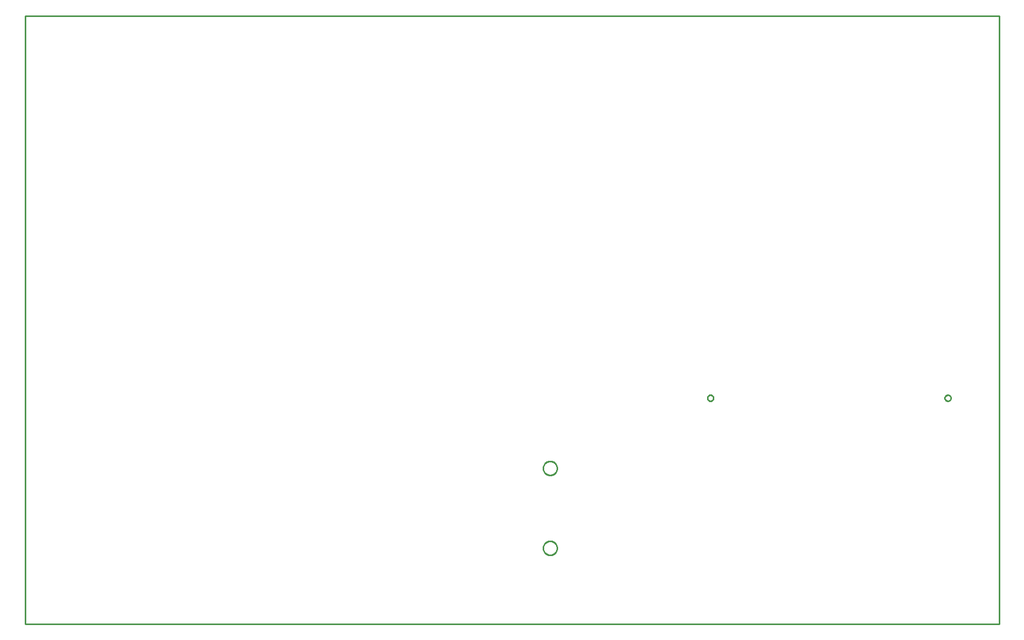
<source format=gbr>
G04 EAGLE Gerber RS-274X export*
G75*
%MOMM*%
%FSLAX34Y34*%
%LPD*%
%IN*%
%IPPOS*%
%AMOC8*
5,1,8,0,0,1.08239X$1,22.5*%
G01*
%ADD10C,0.254000*%


D10*
X0Y0D02*
X1600000Y0D01*
X1600000Y1000000D01*
X0Y1000000D01*
X0Y0D01*
X1130800Y371319D02*
X1130737Y370761D01*
X1130612Y370214D01*
X1130427Y369684D01*
X1130183Y369178D01*
X1129884Y368702D01*
X1129534Y368263D01*
X1129137Y367866D01*
X1128698Y367516D01*
X1128222Y367217D01*
X1127716Y366973D01*
X1127186Y366788D01*
X1126639Y366663D01*
X1126081Y366600D01*
X1125519Y366600D01*
X1124961Y366663D01*
X1124414Y366788D01*
X1123884Y366973D01*
X1123378Y367217D01*
X1122902Y367516D01*
X1122463Y367866D01*
X1122066Y368263D01*
X1121716Y368702D01*
X1121417Y369178D01*
X1121173Y369684D01*
X1120988Y370214D01*
X1120863Y370761D01*
X1120800Y371319D01*
X1120800Y371881D01*
X1120863Y372439D01*
X1120988Y372986D01*
X1121173Y373516D01*
X1121417Y374022D01*
X1121716Y374498D01*
X1122066Y374937D01*
X1122463Y375334D01*
X1122902Y375684D01*
X1123378Y375983D01*
X1123884Y376227D01*
X1124414Y376412D01*
X1124961Y376537D01*
X1125519Y376600D01*
X1126081Y376600D01*
X1126639Y376537D01*
X1127186Y376412D01*
X1127716Y376227D01*
X1128222Y375983D01*
X1128698Y375684D01*
X1129137Y375334D01*
X1129534Y374937D01*
X1129884Y374498D01*
X1130183Y374022D01*
X1130427Y373516D01*
X1130612Y372986D01*
X1130737Y372439D01*
X1130800Y371881D01*
X1130800Y371319D01*
X1520800Y371319D02*
X1520737Y370761D01*
X1520612Y370214D01*
X1520427Y369684D01*
X1520183Y369178D01*
X1519884Y368702D01*
X1519534Y368263D01*
X1519137Y367866D01*
X1518698Y367516D01*
X1518222Y367217D01*
X1517716Y366973D01*
X1517186Y366788D01*
X1516639Y366663D01*
X1516081Y366600D01*
X1515519Y366600D01*
X1514961Y366663D01*
X1514414Y366788D01*
X1513884Y366973D01*
X1513378Y367217D01*
X1512902Y367516D01*
X1512463Y367866D01*
X1512066Y368263D01*
X1511716Y368702D01*
X1511417Y369178D01*
X1511173Y369684D01*
X1510988Y370214D01*
X1510863Y370761D01*
X1510800Y371319D01*
X1510800Y371881D01*
X1510863Y372439D01*
X1510988Y372986D01*
X1511173Y373516D01*
X1511417Y374022D01*
X1511716Y374498D01*
X1512066Y374937D01*
X1512463Y375334D01*
X1512902Y375684D01*
X1513378Y375983D01*
X1513884Y376227D01*
X1514414Y376412D01*
X1514961Y376537D01*
X1515519Y376600D01*
X1516081Y376600D01*
X1516639Y376537D01*
X1517186Y376412D01*
X1517716Y376227D01*
X1518222Y375983D01*
X1518698Y375684D01*
X1519137Y375334D01*
X1519534Y374937D01*
X1519884Y374498D01*
X1520183Y374022D01*
X1520427Y373516D01*
X1520612Y372986D01*
X1520737Y372439D01*
X1520800Y371881D01*
X1520800Y371319D01*
X862852Y136300D02*
X863753Y136229D01*
X864645Y136088D01*
X865524Y135877D01*
X866383Y135598D01*
X867218Y135252D01*
X868023Y134841D01*
X868794Y134369D01*
X869525Y133838D01*
X870212Y133251D01*
X870851Y132612D01*
X871438Y131925D01*
X871969Y131194D01*
X872441Y130423D01*
X872852Y129618D01*
X873198Y128783D01*
X873477Y127924D01*
X873688Y127045D01*
X873829Y126153D01*
X873900Y125252D01*
X873900Y124348D01*
X873829Y123447D01*
X873688Y122555D01*
X873477Y121676D01*
X873198Y120817D01*
X872852Y119982D01*
X872441Y119177D01*
X871969Y118406D01*
X871438Y117675D01*
X870851Y116988D01*
X870212Y116349D01*
X869525Y115762D01*
X868794Y115231D01*
X868023Y114759D01*
X867218Y114348D01*
X866383Y114002D01*
X865524Y113723D01*
X864645Y113512D01*
X863753Y113371D01*
X862852Y113300D01*
X861948Y113300D01*
X861047Y113371D01*
X860155Y113512D01*
X859276Y113723D01*
X858417Y114002D01*
X857582Y114348D01*
X856777Y114759D01*
X856006Y115231D01*
X855275Y115762D01*
X854588Y116349D01*
X853949Y116988D01*
X853362Y117675D01*
X852831Y118406D01*
X852359Y119177D01*
X851948Y119982D01*
X851602Y120817D01*
X851323Y121676D01*
X851112Y122555D01*
X850971Y123447D01*
X850900Y124348D01*
X850900Y125252D01*
X850971Y126153D01*
X851112Y127045D01*
X851323Y127924D01*
X851602Y128783D01*
X851948Y129618D01*
X852359Y130423D01*
X852831Y131194D01*
X853362Y131925D01*
X853949Y132612D01*
X854588Y133251D01*
X855275Y133838D01*
X856006Y134369D01*
X856777Y134841D01*
X857582Y135252D01*
X858417Y135598D01*
X859276Y135877D01*
X860155Y136088D01*
X861047Y136229D01*
X861948Y136300D01*
X862852Y136300D01*
X862852Y267700D02*
X863753Y267629D01*
X864645Y267488D01*
X865524Y267277D01*
X866383Y266998D01*
X867218Y266652D01*
X868023Y266241D01*
X868794Y265769D01*
X869525Y265238D01*
X870212Y264651D01*
X870851Y264012D01*
X871438Y263325D01*
X871969Y262594D01*
X872441Y261823D01*
X872852Y261018D01*
X873198Y260183D01*
X873477Y259324D01*
X873688Y258445D01*
X873829Y257553D01*
X873900Y256652D01*
X873900Y255748D01*
X873829Y254847D01*
X873688Y253955D01*
X873477Y253076D01*
X873198Y252217D01*
X872852Y251382D01*
X872441Y250577D01*
X871969Y249806D01*
X871438Y249075D01*
X870851Y248388D01*
X870212Y247749D01*
X869525Y247162D01*
X868794Y246631D01*
X868023Y246159D01*
X867218Y245748D01*
X866383Y245402D01*
X865524Y245123D01*
X864645Y244912D01*
X863753Y244771D01*
X862852Y244700D01*
X861948Y244700D01*
X861047Y244771D01*
X860155Y244912D01*
X859276Y245123D01*
X858417Y245402D01*
X857582Y245748D01*
X856777Y246159D01*
X856006Y246631D01*
X855275Y247162D01*
X854588Y247749D01*
X853949Y248388D01*
X853362Y249075D01*
X852831Y249806D01*
X852359Y250577D01*
X851948Y251382D01*
X851602Y252217D01*
X851323Y253076D01*
X851112Y253955D01*
X850971Y254847D01*
X850900Y255748D01*
X850900Y256652D01*
X850971Y257553D01*
X851112Y258445D01*
X851323Y259324D01*
X851602Y260183D01*
X851948Y261018D01*
X852359Y261823D01*
X852831Y262594D01*
X853362Y263325D01*
X853949Y264012D01*
X854588Y264651D01*
X855275Y265238D01*
X856006Y265769D01*
X856777Y266241D01*
X857582Y266652D01*
X858417Y266998D01*
X859276Y267277D01*
X860155Y267488D01*
X861047Y267629D01*
X861948Y267700D01*
X862852Y267700D01*
M02*

</source>
